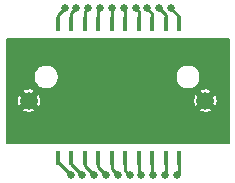
<source format=gbr>
G04 #@! TF.GenerationSoftware,KiCad,Pcbnew,(5.1.9)-1*
G04 #@! TF.CreationDate,2021-05-17T15:52:18-06:00*
G04 #@! TF.ProjectId,Igloo16,49676c6f-6f31-4362-9e6b-696361645f70,rev?*
G04 #@! TF.SameCoordinates,Original*
G04 #@! TF.FileFunction,Copper,L1,Top*
G04 #@! TF.FilePolarity,Positive*
%FSLAX46Y46*%
G04 Gerber Fmt 4.6, Leading zero omitted, Abs format (unit mm)*
G04 Created by KiCad (PCBNEW (5.1.9)-1) date 2021-05-17 15:52:18*
%MOMM*%
%LPD*%
G01*
G04 APERTURE LIST*
G04 #@! TA.AperFunction,SMDPad,CuDef*
%ADD10R,0.381000X1.270000*%
G04 #@! TD*
G04 #@! TA.AperFunction,ComponentPad*
%ADD11C,1.500000*%
G04 #@! TD*
G04 #@! TA.AperFunction,ViaPad*
%ADD12C,0.635000*%
G04 #@! TD*
G04 #@! TA.AperFunction,Conductor*
%ADD13C,0.250000*%
G04 #@! TD*
G04 #@! TA.AperFunction,Conductor*
%ADD14C,0.150000*%
G04 #@! TD*
G04 #@! TA.AperFunction,Conductor*
%ADD15C,0.100000*%
G04 #@! TD*
G04 APERTURE END LIST*
D10*
X109722000Y-87350000D03*
X108579000Y-87350000D03*
X107436000Y-87350000D03*
X106293000Y-87350000D03*
X105150000Y-87350000D03*
X104007000Y-87350000D03*
X102864000Y-87350000D03*
X101721000Y-87350000D03*
X100578000Y-87350000D03*
X99435000Y-87350000D03*
X99435000Y-98700000D03*
X100578000Y-98700000D03*
X101721000Y-98700000D03*
X102864000Y-98700000D03*
X104007000Y-98700000D03*
X105150000Y-98700000D03*
X106293000Y-98700000D03*
X107436000Y-98700000D03*
X108579000Y-98700000D03*
X109722000Y-98700000D03*
D11*
X111915000Y-93860000D03*
X96965000Y-93860000D03*
D12*
X100500000Y-100150000D03*
X101500000Y-100150000D03*
X102500000Y-100150000D03*
X103500000Y-100150000D03*
X104500000Y-100150000D03*
X105500000Y-100150000D03*
X106500000Y-100150000D03*
X107500000Y-100150000D03*
X108500000Y-100150000D03*
X109500000Y-100150000D03*
X100000000Y-86050000D03*
X101000000Y-86050000D03*
X102000000Y-86050000D03*
X103000000Y-86050000D03*
X104000000Y-86050000D03*
X105000000Y-86050000D03*
X106000000Y-86050000D03*
X107000000Y-86050000D03*
X108000000Y-86050000D03*
X109020775Y-86050000D03*
D13*
X99435000Y-99085000D02*
X99435000Y-98700000D01*
X100500000Y-100150000D02*
X99435000Y-99085000D01*
X100578000Y-99228000D02*
X100578000Y-98700000D01*
X101500000Y-100150000D02*
X100578000Y-99228000D01*
X101721000Y-99371000D02*
X101721000Y-98700000D01*
X102500000Y-100150000D02*
X101721000Y-99371000D01*
X102864000Y-99514000D02*
X102864000Y-98700000D01*
X103500000Y-100150000D02*
X102864000Y-99514000D01*
X104007000Y-99657000D02*
X104500000Y-100150000D01*
X104007000Y-98700000D02*
X104007000Y-99657000D01*
X105150000Y-99800000D02*
X105500000Y-100150000D01*
X105150000Y-98700000D02*
X105150000Y-99800000D01*
X106293000Y-99943000D02*
X106500000Y-100150000D01*
X106293000Y-98700000D02*
X106293000Y-99943000D01*
X107436000Y-100086000D02*
X107500000Y-100150000D01*
X107436000Y-98700000D02*
X107436000Y-100086000D01*
X108579000Y-100071000D02*
X108500000Y-100150000D01*
X108579000Y-98700000D02*
X108579000Y-100071000D01*
X109722000Y-99928000D02*
X109500000Y-100150000D01*
X109722000Y-98700000D02*
X109722000Y-99928000D01*
X99435000Y-86615000D02*
X100000000Y-86050000D01*
X99435000Y-87350000D02*
X99435000Y-86615000D01*
X100578000Y-86472000D02*
X101000000Y-86050000D01*
X100578000Y-87350000D02*
X100578000Y-86472000D01*
X101721000Y-86329000D02*
X102000000Y-86050000D01*
X101721000Y-87350000D02*
X101721000Y-86329000D01*
X102864000Y-86186000D02*
X103000000Y-86050000D01*
X102864000Y-87350000D02*
X102864000Y-86186000D01*
X104007000Y-86057000D02*
X104000000Y-86050000D01*
X104007000Y-87350000D02*
X104007000Y-86057000D01*
X105150000Y-86200000D02*
X105000000Y-86050000D01*
X105150000Y-87350000D02*
X105150000Y-86200000D01*
X106293000Y-86343000D02*
X106000000Y-86050000D01*
X106293000Y-87350000D02*
X106293000Y-86343000D01*
X107436000Y-86486000D02*
X107000000Y-86050000D01*
X107436000Y-87350000D02*
X107436000Y-86486000D01*
X108579000Y-86629000D02*
X108000000Y-86050000D01*
X108579000Y-87350000D02*
X108579000Y-86629000D01*
X109722000Y-86751225D02*
X109020775Y-86050000D01*
X109722000Y-87350000D02*
X109722000Y-86751225D01*
D14*
X113925000Y-97415000D02*
X95075000Y-97415000D01*
X95075000Y-94654361D01*
X96423783Y-94654361D01*
X96513632Y-94785789D01*
X96702917Y-94856057D01*
X96902274Y-94888048D01*
X97104041Y-94880532D01*
X97300465Y-94833797D01*
X97416368Y-94785789D01*
X97506217Y-94654361D01*
X111373783Y-94654361D01*
X111463632Y-94785789D01*
X111652917Y-94856057D01*
X111852274Y-94888048D01*
X112054041Y-94880532D01*
X112250465Y-94833797D01*
X112366368Y-94785789D01*
X112456217Y-94654361D01*
X111915000Y-94113144D01*
X111373783Y-94654361D01*
X97506217Y-94654361D01*
X96965000Y-94113144D01*
X96423783Y-94654361D01*
X95075000Y-94654361D01*
X95075000Y-93797274D01*
X95936952Y-93797274D01*
X95944468Y-93999041D01*
X95991203Y-94195465D01*
X96039211Y-94311368D01*
X96170639Y-94401217D01*
X96711856Y-93860000D01*
X97218144Y-93860000D01*
X97759361Y-94401217D01*
X97890789Y-94311368D01*
X97961057Y-94122083D01*
X97993048Y-93922726D01*
X97988375Y-93797274D01*
X110886952Y-93797274D01*
X110894468Y-93999041D01*
X110941203Y-94195465D01*
X110989211Y-94311368D01*
X111120639Y-94401217D01*
X111661856Y-93860000D01*
X112168144Y-93860000D01*
X112709361Y-94401217D01*
X112840789Y-94311368D01*
X112911057Y-94122083D01*
X112943048Y-93922726D01*
X112935532Y-93720959D01*
X112888797Y-93524535D01*
X112840789Y-93408632D01*
X112709361Y-93318783D01*
X112168144Y-93860000D01*
X111661856Y-93860000D01*
X111120639Y-93318783D01*
X110989211Y-93408632D01*
X110918943Y-93597917D01*
X110886952Y-93797274D01*
X97988375Y-93797274D01*
X97985532Y-93720959D01*
X97938797Y-93524535D01*
X97890789Y-93408632D01*
X97759361Y-93318783D01*
X97218144Y-93860000D01*
X96711856Y-93860000D01*
X96170639Y-93318783D01*
X96039211Y-93408632D01*
X95968943Y-93597917D01*
X95936952Y-93797274D01*
X95075000Y-93797274D01*
X95075000Y-93065639D01*
X96423783Y-93065639D01*
X96965000Y-93606856D01*
X97506217Y-93065639D01*
X111373783Y-93065639D01*
X111915000Y-93606856D01*
X112456217Y-93065639D01*
X112366368Y-92934211D01*
X112177083Y-92863943D01*
X111977726Y-92831952D01*
X111775959Y-92839468D01*
X111579535Y-92886203D01*
X111463632Y-92934211D01*
X111373783Y-93065639D01*
X97506217Y-93065639D01*
X97416368Y-92934211D01*
X97227083Y-92863943D01*
X97027726Y-92831952D01*
X96825959Y-92839468D01*
X96629535Y-92886203D01*
X96513632Y-92934211D01*
X96423783Y-93065639D01*
X95075000Y-93065639D01*
X95075000Y-91756584D01*
X97390000Y-91756584D01*
X97390000Y-91963416D01*
X97430350Y-92166274D01*
X97509502Y-92357362D01*
X97624411Y-92529336D01*
X97770664Y-92675589D01*
X97942638Y-92790498D01*
X98133726Y-92869650D01*
X98336584Y-92910000D01*
X98543416Y-92910000D01*
X98746274Y-92869650D01*
X98937362Y-92790498D01*
X99109336Y-92675589D01*
X99255589Y-92529336D01*
X99370498Y-92357362D01*
X99449650Y-92166274D01*
X99490000Y-91963416D01*
X99490000Y-91756584D01*
X109390000Y-91756584D01*
X109390000Y-91963416D01*
X109430350Y-92166274D01*
X109509502Y-92357362D01*
X109624411Y-92529336D01*
X109770664Y-92675589D01*
X109942638Y-92790498D01*
X110133726Y-92869650D01*
X110336584Y-92910000D01*
X110543416Y-92910000D01*
X110746274Y-92869650D01*
X110937362Y-92790498D01*
X111109336Y-92675589D01*
X111255589Y-92529336D01*
X111370498Y-92357362D01*
X111449650Y-92166274D01*
X111490000Y-91963416D01*
X111490000Y-91756584D01*
X111449650Y-91553726D01*
X111370498Y-91362638D01*
X111255589Y-91190664D01*
X111109336Y-91044411D01*
X110937362Y-90929502D01*
X110746274Y-90850350D01*
X110543416Y-90810000D01*
X110336584Y-90810000D01*
X110133726Y-90850350D01*
X109942638Y-90929502D01*
X109770664Y-91044411D01*
X109624411Y-91190664D01*
X109509502Y-91362638D01*
X109430350Y-91553726D01*
X109390000Y-91756584D01*
X99490000Y-91756584D01*
X99449650Y-91553726D01*
X99370498Y-91362638D01*
X99255589Y-91190664D01*
X99109336Y-91044411D01*
X98937362Y-90929502D01*
X98746274Y-90850350D01*
X98543416Y-90810000D01*
X98336584Y-90810000D01*
X98133726Y-90850350D01*
X97942638Y-90929502D01*
X97770664Y-91044411D01*
X97624411Y-91190664D01*
X97509502Y-91362638D01*
X97430350Y-91553726D01*
X97390000Y-91756584D01*
X95075000Y-91756584D01*
X95075000Y-88675000D01*
X113925000Y-88675000D01*
X113925000Y-97415000D01*
G04 #@! TA.AperFunction,Conductor*
D15*
G36*
X113925000Y-97415000D02*
G01*
X95075000Y-97415000D01*
X95075000Y-94654361D01*
X96423783Y-94654361D01*
X96513632Y-94785789D01*
X96702917Y-94856057D01*
X96902274Y-94888048D01*
X97104041Y-94880532D01*
X97300465Y-94833797D01*
X97416368Y-94785789D01*
X97506217Y-94654361D01*
X111373783Y-94654361D01*
X111463632Y-94785789D01*
X111652917Y-94856057D01*
X111852274Y-94888048D01*
X112054041Y-94880532D01*
X112250465Y-94833797D01*
X112366368Y-94785789D01*
X112456217Y-94654361D01*
X111915000Y-94113144D01*
X111373783Y-94654361D01*
X97506217Y-94654361D01*
X96965000Y-94113144D01*
X96423783Y-94654361D01*
X95075000Y-94654361D01*
X95075000Y-93797274D01*
X95936952Y-93797274D01*
X95944468Y-93999041D01*
X95991203Y-94195465D01*
X96039211Y-94311368D01*
X96170639Y-94401217D01*
X96711856Y-93860000D01*
X97218144Y-93860000D01*
X97759361Y-94401217D01*
X97890789Y-94311368D01*
X97961057Y-94122083D01*
X97993048Y-93922726D01*
X97988375Y-93797274D01*
X110886952Y-93797274D01*
X110894468Y-93999041D01*
X110941203Y-94195465D01*
X110989211Y-94311368D01*
X111120639Y-94401217D01*
X111661856Y-93860000D01*
X112168144Y-93860000D01*
X112709361Y-94401217D01*
X112840789Y-94311368D01*
X112911057Y-94122083D01*
X112943048Y-93922726D01*
X112935532Y-93720959D01*
X112888797Y-93524535D01*
X112840789Y-93408632D01*
X112709361Y-93318783D01*
X112168144Y-93860000D01*
X111661856Y-93860000D01*
X111120639Y-93318783D01*
X110989211Y-93408632D01*
X110918943Y-93597917D01*
X110886952Y-93797274D01*
X97988375Y-93797274D01*
X97985532Y-93720959D01*
X97938797Y-93524535D01*
X97890789Y-93408632D01*
X97759361Y-93318783D01*
X97218144Y-93860000D01*
X96711856Y-93860000D01*
X96170639Y-93318783D01*
X96039211Y-93408632D01*
X95968943Y-93597917D01*
X95936952Y-93797274D01*
X95075000Y-93797274D01*
X95075000Y-93065639D01*
X96423783Y-93065639D01*
X96965000Y-93606856D01*
X97506217Y-93065639D01*
X111373783Y-93065639D01*
X111915000Y-93606856D01*
X112456217Y-93065639D01*
X112366368Y-92934211D01*
X112177083Y-92863943D01*
X111977726Y-92831952D01*
X111775959Y-92839468D01*
X111579535Y-92886203D01*
X111463632Y-92934211D01*
X111373783Y-93065639D01*
X97506217Y-93065639D01*
X97416368Y-92934211D01*
X97227083Y-92863943D01*
X97027726Y-92831952D01*
X96825959Y-92839468D01*
X96629535Y-92886203D01*
X96513632Y-92934211D01*
X96423783Y-93065639D01*
X95075000Y-93065639D01*
X95075000Y-91756584D01*
X97390000Y-91756584D01*
X97390000Y-91963416D01*
X97430350Y-92166274D01*
X97509502Y-92357362D01*
X97624411Y-92529336D01*
X97770664Y-92675589D01*
X97942638Y-92790498D01*
X98133726Y-92869650D01*
X98336584Y-92910000D01*
X98543416Y-92910000D01*
X98746274Y-92869650D01*
X98937362Y-92790498D01*
X99109336Y-92675589D01*
X99255589Y-92529336D01*
X99370498Y-92357362D01*
X99449650Y-92166274D01*
X99490000Y-91963416D01*
X99490000Y-91756584D01*
X109390000Y-91756584D01*
X109390000Y-91963416D01*
X109430350Y-92166274D01*
X109509502Y-92357362D01*
X109624411Y-92529336D01*
X109770664Y-92675589D01*
X109942638Y-92790498D01*
X110133726Y-92869650D01*
X110336584Y-92910000D01*
X110543416Y-92910000D01*
X110746274Y-92869650D01*
X110937362Y-92790498D01*
X111109336Y-92675589D01*
X111255589Y-92529336D01*
X111370498Y-92357362D01*
X111449650Y-92166274D01*
X111490000Y-91963416D01*
X111490000Y-91756584D01*
X111449650Y-91553726D01*
X111370498Y-91362638D01*
X111255589Y-91190664D01*
X111109336Y-91044411D01*
X110937362Y-90929502D01*
X110746274Y-90850350D01*
X110543416Y-90810000D01*
X110336584Y-90810000D01*
X110133726Y-90850350D01*
X109942638Y-90929502D01*
X109770664Y-91044411D01*
X109624411Y-91190664D01*
X109509502Y-91362638D01*
X109430350Y-91553726D01*
X109390000Y-91756584D01*
X99490000Y-91756584D01*
X99449650Y-91553726D01*
X99370498Y-91362638D01*
X99255589Y-91190664D01*
X99109336Y-91044411D01*
X98937362Y-90929502D01*
X98746274Y-90850350D01*
X98543416Y-90810000D01*
X98336584Y-90810000D01*
X98133726Y-90850350D01*
X97942638Y-90929502D01*
X97770664Y-91044411D01*
X97624411Y-91190664D01*
X97509502Y-91362638D01*
X97430350Y-91553726D01*
X97390000Y-91756584D01*
X95075000Y-91756584D01*
X95075000Y-88675000D01*
X113925000Y-88675000D01*
X113925000Y-97415000D01*
G37*
G04 #@! TD.AperFunction*
M02*

</source>
